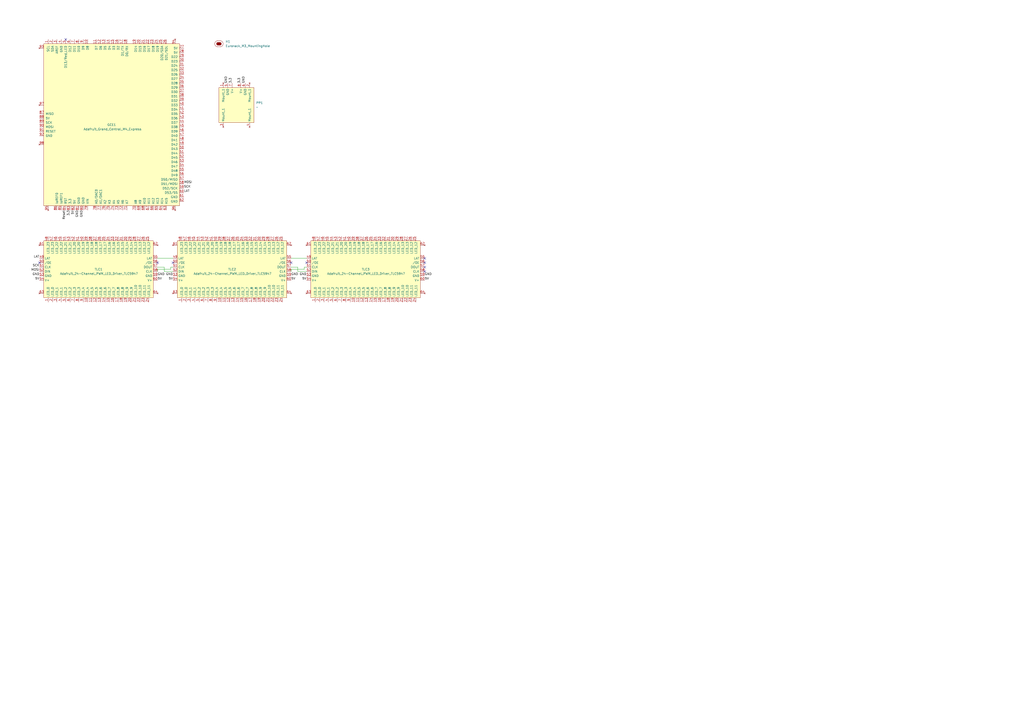
<source format=kicad_sch>
(kicad_sch (version 20250114) (generator "eeschema") (generator_version "9.0")
  (paper "A2")
  (lib_symbols
    (symbol "EXC:Adafruit_24-Channel_PWM_LED_Driver_TLC5947"
      (property "Reference" "TLC" (at 0 1.27 0))
      (property "Value" "Adafruit_24-Channel_PWM_LED_Driver_TLC5947" (at 0.508 -1.016 0))
      (symbol "Adafruit_24-Channel_PWM_LED_Driver_TLC5947_1_1"
        (rectangle (start -31.75 16.51) (end 31.75 -16.51) (fill (type background)))
        (pin no_connect line (at -34.29 13.97 0) (length 2.54) (name "") (number "61"))
        (pin input line (at -34.29 6.35 0) (length 2.54) (name "LAT") (number "49"))
        (pin input line (at -34.29 3.81 0) (length 2.54) (name "/OE") (number "50"))
        (pin input line (at -34.29 1.27 0) (length 2.54) (name "CLK") (number "51"))
        (pin input line (at -34.29 -1.27 0) (length 2.54) (name "DIN") (number "52"))
        (pin input line (at -34.29 -3.81 0) (length 2.54) (name "GND") (number "53"))
        (pin input line (at -34.29 -6.35 0) (length 2.54) (name "V+") (number "54"))
        (pin no_connect line (at -34.29 -13.97 0) (length 2.54) (name "") (number "63"))
        (pin output line (at -29.21 19.05 270) (length 2.54) (name "LED_23") (number "48"))
        (pin input line (at -29.21 -19.05 90) (length 2.54) (name "LED_0") (number "1"))
        (pin input line (at -26.67 19.05 270) (length 2.54) (name "LED_23") (number "47"))
        (pin output line (at -26.67 -19.05 90) (length 2.54) (name "LED_0") (number "2"))
        (pin output line (at -24.13 19.05 270) (length 2.54) (name "LED_22") (number "46"))
        (pin input line (at -24.13 -19.05 90) (length 2.54) (name "LED_1") (number "3"))
        (pin input line (at -21.59 19.05 270) (length 2.54) (name "LED_22") (number "45"))
        (pin output line (at -21.59 -19.05 90) (length 2.54) (name "LED_1") (number "4"))
        (pin output line (at -19.05 19.05 270) (length 2.54) (name "LED_21") (number "44"))
        (pin input line (at -19.05 -19.05 90) (length 2.54) (name "LED_2") (number "5"))
        (pin input line (at -16.51 19.05 270) (length 2.54) (name "LED_21") (number "43"))
        (pin output line (at -16.51 -19.05 90) (length 2.54) (name "LED_2") (number "6"))
        (pin output line (at -13.97 19.05 270) (length 2.54) (name "LED_20") (number "42"))
        (pin input line (at -13.97 -19.05 90) (length 2.54) (name "LED_3") (number "7"))
        (pin input line (at -11.43 19.05 270) (length 2.54) (name "LED_20") (number "41"))
        (pin output line (at -11.43 -19.05 90) (length 2.54) (name "LED_3") (number "8"))
        (pin output line (at -8.89 19.05 270) (length 2.54) (name "LED_19") (number "40"))
        (pin input line (at -8.89 -19.05 90) (length 2.54) (name "LED_4") (number "9"))
        (pin input line (at -6.35 19.05 270) (length 2.54) (name "LED_19") (number "39"))
        (pin output line (at -6.35 -19.05 90) (length 2.54) (name "LED_4") (number "10"))
        (pin output line (at -3.81 19.05 270) (length 2.54) (name "LED_18") (number "38"))
        (pin input line (at -3.81 -19.05 90) (length 2.54) (name "LED_5") (number "11"))
        (pin input line (at -1.27 19.05 270) (length 2.54) (name "LED_18") (number "37"))
        (pin output line (at -1.27 -19.05 90) (length 2.54) (name "LED_5") (number "12"))
        (pin output line (at 1.27 19.05 270) (length 2.54) (name "LED_17") (number "36"))
        (pin input line (at 1.27 -19.05 90) (length 2.54) (name "LED_6") (number "13"))
        (pin input line (at 3.81 19.05 270) (length 2.54) (name "LED_17") (number "35"))
        (pin output line (at 3.81 -19.05 90) (length 2.54) (name "LED_6") (number "14"))
        (pin output line (at 6.35 19.05 270) (length 2.54) (name "LED_16") (number "34"))
        (pin input line (at 6.35 -19.05 90) (length 2.54) (name "LED_7") (number "15"))
        (pin input line (at 8.89 19.05 270) (length 2.54) (name "LED_16") (number "33"))
        (pin output line (at 8.89 -19.05 90) (length 2.54) (name "LED_7") (number "16"))
        (pin output line (at 11.43 19.05 270) (length 2.54) (name "LED_15") (number "32"))
        (pin input line (at 11.43 -19.05 90) (length 2.54) (name "LED_8") (number "17"))
        (pin input line (at 13.97 19.05 270) (length 2.54) (name "LED_15") (number "31"))
        (pin output line (at 13.97 -19.05 90) (length 2.54) (name "LED_8") (number "18"))
        (pin output line (at 16.51 19.05 270) (length 2.54) (name "LED_14") (number "30"))
        (pin input line (at 16.51 -19.05 90) (length 2.54) (name "LED_9") (number "19"))
        (pin input line (at 19.05 19.05 270) (length 2.54) (name "LED_14") (number "29"))
        (pin output line (at 19.05 -19.05 90) (length 2.54) (name "LED_9") (number "20"))
        (pin output line (at 21.59 19.05 270) (length 2.54) (name "LED_13") (number "28"))
        (pin input line (at 21.59 -19.05 90) (length 2.54) (name "LED_10") (number "21"))
        (pin input line (at 24.13 19.05 270) (length 2.54) (name "LED_13") (number "27"))
        (pin output line (at 24.13 -19.05 90) (length 2.54) (name "LED_10") (number "22"))
        (pin output line (at 26.67 19.05 270) (length 2.54) (name "LED_12") (number "26"))
        (pin input line (at 26.67 -19.05 90) (length 2.54) (name "LED_11") (number "23"))
        (pin input line (at 29.21 19.05 270) (length 2.54) (name "LED_12") (number "25"))
        (pin output line (at 29.21 -19.05 90) (length 2.54) (name "LED_11") (number "24"))
        (pin no_connect line (at 34.29 13.97 180) (length 2.54) (name "") (number "62"))
        (pin input line (at 34.29 6.35 180) (length 2.54) (name "LAT") (number "55"))
        (pin input line (at 34.29 3.81 180) (length 2.54) (name "/OE") (number "56"))
        (pin input line (at 34.29 1.27 180) (length 2.54) (name "DOUT") (number "57"))
        (pin input line (at 34.29 -1.27 180) (length 2.54) (name "CLK") (number "58"))
        (pin input line (at 34.29 -3.81 180) (length 2.54) (name "GND") (number "59"))
        (pin input line (at 34.29 -6.35 180) (length 2.54) (name "V+") (number "60"))
        (pin no_connect line (at 34.29 -13.97 180) (length 2.54) (name "") (number "64"))
      )
    )
    (symbol "EXC:Adafruit_Grand_Central_M4_Express" (pin_names (offset 1.016))
      (property "Reference" "GCE" (at -0.254 0.508 0))
      (property "Value" "Adafruit_Grand_Central_M4_Express" (at 0 35.052 0))
      (symbol "Adafruit_Grand_Central_M4_Express_1_1"
        (rectangle (start -39.37 46.99) (end 39.37 -46.99) (fill (type background)))
        (pin no_connect line (at -41.91 44.45 0) (length 2.54) (name "") (number "93"))
        (pin no_connect line (at -41.91 11.43 0) (length 2.54) (name "") (number "97"))
        (pin input line (at -41.91 6.35 0) (length 2.54) (name "MISO") (number "87"))
        (pin input line (at -41.91 3.81 0) (length 2.54) (name "5V") (number "88"))
        (pin input line (at -41.91 1.27 0) (length 2.54) (name "SCK") (number "89"))
        (pin input line (at -41.91 -1.27 0) (length 2.54) (name "MOSI") (number "90"))
        (pin input line (at -41.91 -3.81 0) (length 2.54) (name "RESET") (number "91"))
        (pin input line (at -41.91 -6.35 0) (length 2.54) (name "GND") (number "92"))
        (pin no_connect line (at -41.91 -11.43 0) (length 2.54) (name "") (number "98"))
        (pin input line (at -36.83 49.53 270) (length 2.54) (name "SCL") (number "1"))
        (pin no_connect line (at -36.83 -49.53 90) (length 2.54) (name "") (number "95"))
        (pin input line (at -34.29 49.53 270) (length 2.54) (name "SDA") (number "2"))
        (pin input line (at -31.75 49.53 270) (length 2.54) (name "AREF") (number "3"))
        (pin input line (at -31.75 -49.53 90) (length 2.54) (name "loREF0") (number "86"))
        (pin input line (at -29.21 49.53 270) (length 2.54) (name "GND") (number "4"))
        (pin input line (at -29.21 -49.53 90) (length 2.54) (name "loREF1") (number "85"))
        (pin input line (at -26.67 49.53 270) (length 2.54) (name "D13/Red_LED") (number "5"))
        (pin input line (at -26.67 -49.53 90) (length 2.54) (name "RST") (number "84"))
        (pin input line (at -24.13 49.53 270) (length 2.54) (name "D12") (number "6"))
        (pin input line (at -24.13 -49.53 90) (length 2.54) (name "3.3") (number "83"))
        (pin input line (at -21.59 49.53 270) (length 2.54) (name "D11") (number "7"))
        (pin input line (at -21.59 -49.53 90) (length 2.54) (name "5V") (number "82"))
        (pin input line (at -19.05 49.53 270) (length 2.54) (name "D10") (number "8"))
        (pin input line (at -19.05 -49.53 90) (length 2.54) (name "GND") (number "81"))
        (pin input line (at -16.51 49.53 270) (length 2.54) (name "D9") (number "9"))
        (pin input line (at -16.51 -49.53 90) (length 2.54) (name "GND") (number "80"))
        (pin input line (at -13.97 49.53 270) (length 2.54) (name "D8") (number "10"))
        (pin input line (at -13.97 -49.53 90) (length 2.54) (name "VIN") (number "79"))
        (pin input line (at -8.89 49.53 270) (length 2.54) (name "D7") (number "11"))
        (pin input line (at -8.89 -49.53 90) (length 2.54) (name "A0/DAC0") (number "78"))
        (pin input line (at -6.35 49.53 270) (length 2.54) (name "D6") (number "12"))
        (pin input line (at -6.35 -49.53 90) (length 2.54) (name "A1/DAC1") (number "77"))
        (pin input line (at -3.81 49.53 270) (length 2.54) (name "D5") (number "13"))
        (pin input line (at -3.81 -49.53 90) (length 2.54) (name "A2") (number "76"))
        (pin input line (at -1.27 49.53 270) (length 2.54) (name "D4") (number "14"))
        (pin input line (at -1.27 -49.53 90) (length 2.54) (name "A3") (number "75"))
        (pin input line (at 1.27 49.53 270) (length 2.54) (name "D3") (number "15"))
        (pin input line (at 1.27 -49.53 90) (length 2.54) (name "A4") (number "74"))
        (pin input line (at 3.81 49.53 270) (length 2.54) (name "D2") (number "16"))
        (pin input line (at 3.81 -49.53 90) (length 2.54) (name "A5") (number "73"))
        (pin input line (at 6.35 49.53 270) (length 2.54) (name "D1/TX") (number "17"))
        (pin input line (at 6.35 -49.53 90) (length 2.54) (name "A6") (number "72"))
        (pin input line (at 8.89 49.53 270) (length 2.54) (name "D0/RX") (number "18"))
        (pin input line (at 8.89 -49.53 90) (length 2.54) (name "A7") (number "71"))
        (pin input line (at 13.97 49.53 270) (length 2.54) (name "D14") (number "19"))
        (pin input line (at 13.97 -49.53 90) (length 2.54) (name "A8") (number "70"))
        (pin input line (at 16.51 49.53 270) (length 2.54) (name "D15") (number "20"))
        (pin input line (at 16.51 -49.53 90) (length 2.54) (name "A9") (number "69"))
        (pin input line (at 19.05 49.53 270) (length 2.54) (name "D16") (number "21"))
        (pin input line (at 19.05 -49.53 90) (length 2.54) (name "A10") (number "68"))
        (pin input line (at 21.59 49.53 270) (length 2.54) (name "D17") (number "22"))
        (pin input line (at 21.59 -49.53 90) (length 2.54) (name "A11") (number "67"))
        (pin input line (at 24.13 49.53 270) (length 2.54) (name "D18") (number "23"))
        (pin input line (at 24.13 -49.53 90) (length 2.54) (name "A12") (number "66"))
        (pin input line (at 26.67 49.53 270) (length 2.54) (name "D19") (number "24"))
        (pin input line (at 26.67 -49.53 90) (length 2.54) (name "A13") (number "65"))
        (pin input line (at 29.21 49.53 270) (length 2.54) (name "D20/SDA") (number "25"))
        (pin input line (at 29.21 -49.53 90) (length 2.54) (name "A14") (number "64"))
        (pin input line (at 31.75 49.53 270) (length 2.54) (name "D21/SDL") (number "26"))
        (pin input line (at 31.75 -49.53 90) (length 2.54) (name "A15") (number "63"))
        (pin no_connect line (at 36.83 49.53 270) (length 2.54) (name "") (number "94"))
        (pin no_connect line (at 36.83 -49.53 90) (length 2.54) (name "") (number "96"))
        (pin input line (at 41.91 44.45 180) (length 2.54) (name "5V") (number "27"))
        (pin input line (at 41.91 41.91 180) (length 2.54) (name "5V") (number "28"))
        (pin input line (at 41.91 39.37 180) (length 2.54) (name "D22") (number "29"))
        (pin input line (at 41.91 36.83 180) (length 2.54) (name "D23") (number "30"))
        (pin input line (at 41.91 34.29 180) (length 2.54) (name "D24") (number "31"))
        (pin input line (at 41.91 31.75 180) (length 2.54) (name "D25") (number "32"))
        (pin input line (at 41.91 29.21 180) (length 2.54) (name "D26") (number "33"))
        (pin input line (at 41.91 26.67 180) (length 2.54) (name "D27") (number "34"))
        (pin input line (at 41.91 24.13 180) (length 2.54) (name "D28") (number "35"))
        (pin input line (at 41.91 21.59 180) (length 2.54) (name "D29") (number "36"))
        (pin input line (at 41.91 19.05 180) (length 2.54) (name "D30") (number "37"))
        (pin input line (at 41.91 16.51 180) (length 2.54) (name "D31") (number "38"))
        (pin input line (at 41.91 13.97 180) (length 2.54) (name "D32") (number "39"))
        (pin input line (at 41.91 11.43 180) (length 2.54) (name "D33") (number "40"))
        (pin input line (at 41.91 8.89 180) (length 2.54) (name "D34") (number "41"))
        (pin input line (at 41.91 6.35 180) (length 2.54) (name "D35") (number "42"))
        (pin input line (at 41.91 3.81 180) (length 2.54) (name "D36") (number "43"))
        (pin input line (at 41.91 1.27 180) (length 2.54) (name "D37") (number "44"))
        (pin input line (at 41.91 -1.27 180) (length 2.54) (name "D38") (number "45"))
        (pin input line (at 41.91 -3.81 180) (length 2.54) (name "D39") (number "46"))
        (pin input line (at 41.91 -6.35 180) (length 2.54) (name "D40") (number "47"))
        (pin input line (at 41.91 -8.89 180) (length 2.54) (name "D41") (number "48"))
        (pin input line (at 41.91 -11.43 180) (length 2.54) (name "D42") (number "49"))
        (pin input line (at 41.91 -13.97 180) (length 2.54) (name "D43") (number "50"))
        (pin input line (at 41.91 -16.51 180) (length 2.54) (name "D44") (number "51"))
        (pin input line (at 41.91 -19.05 180) (length 2.54) (name "D45") (number "52"))
        (pin input line (at 41.91 -21.59 180) (length 2.54) (name "D46") (number "53"))
        (pin input line (at 41.91 -24.13 180) (length 2.54) (name "D47") (number "54"))
        (pin input line (at 41.91 -26.67 180) (length 2.54) (name "D48") (number "55"))
        (pin input line (at 41.91 -29.21 180) (length 2.54) (name "D49") (number "56"))
        (pin input line (at 41.91 -31.75 180) (length 2.54) (name "D50/MISO") (number "57"))
        (pin input line (at 41.91 -34.29 180) (length 2.54) (name "D51/MOSI") (number "58"))
        (pin input line (at 41.91 -36.83 180) (length 2.54) (name "D52/SCK") (number "59"))
        (pin input line (at 41.91 -39.37 180) (length 2.54) (name "D53/SS") (number "60"))
        (pin input line (at 41.91 -41.91 180) (length 2.54) (name "GND") (number "61"))
        (pin input line (at 41.91 -44.45 180) (length 2.54) (name "GND") (number "62"))
      )
    )
    (symbol "EXC:Adafruit_Perma-Proto_Mint-Tin-Size"
      (property "Reference" "PP" (at 0 0 0))
      (symbol "Adafruit_Perma-Proto_Mint-Tin-Size_1_1"
        (rectangle (start -10.16 10.16) (end 10.16 -10.16) (fill (type background)))
        (pin no_connect line (at -7.62 12.7 270) (length 2.54) (name "Mount_1") (number "1"))
        (pin no_connect line (at -7.62 -12.7 90) (length 2.54) (name "Mount_1") (number "3"))
        (pin input line (at -5.08 12.7 270) (length 2.54) (name "GND") (number "5"))
        (pin input line (at -2.54 12.7 270) (length 2.54) (name "V+") (number "7"))
        (pin input line (at 2.54 12.7 270) (length 2.54) (name "V+") (number "8"))
        (pin input line (at 5.08 12.7 270) (length 2.54) (name "GND") (number "6"))
        (pin no_connect line (at 7.62 12.7 270) (length 2.54) (name "Mount_1") (number "2"))
        (pin no_connect line (at 7.62 -12.7 90) (length 2.54) (name "Mount_1") (number "4"))
      )
    )
    (symbol "EXC:Eurorack_M3_MountingHole" (pin_names (offset 1.016))
      (property "Reference" "H" (at 0 5.08 0))
      (property "Value" "Eurorack_M3_MountingHole" (at 0 3.175 0))
      (symbol "Eurorack_M3_MountingHole_0_1"
        (polyline (pts (xy -0.635 0.762) (xy 0.635 0.762)))
        (circle (center -0.635 0) (radius 0.762) (fill (type outline)))
        (arc (start -0.635 -0.762) (mid -1.397 0) (end -0.635 0.762))
        (arc (start -0.635 -1.778) (mid -2.413 0) (end -0.635 1.778))
        (polyline (pts (xy -0.635 -0.762) (xy 0.635 -0.762)))
        (polyline (pts (xy -0.635 -1.778) (xy 0.635 -1.778)))
        (circle (center 0 0) (radius 0.762) (fill (type outline)))
        (polyline (pts (xy 0.635 1.778) (xy -0.635 1.778)))
        (arc (start 0.6141 1.778) (mid 2.4131 0) (end 0.6141 -1.778))
        (arc (start 0.6227 0.762) (mid 1.3971 0) (end 0.6227 -0.762))
        (circle (center 0.635 0) (radius 0.762) (fill (type outline)))
      )
    )
  )
  (no_connect (at 100.33 152.4))
  (no_connect (at 22.86 152.4))
  (no_connect (at 246.38 157.48))
  (no_connect (at 168.91 152.4))
  (no_connect (at 246.38 154.94))
  (no_connect (at 177.8 152.4))
  (no_connect (at 38.1 22.86))
  (no_connect (at 246.38 149.86))
  (no_connect (at 91.44 152.4))
  (no_connect (at 246.38 152.4))
  (wire (pts (xy 172.72 157.48) (xy 177.8 157.48)))
  (wire (pts (xy 168.91 154.94) (xy 172.72 154.94)))
  (wire (pts (xy 176.53 154.94) (xy 177.8 154.94)))
  (wire (pts (xy 172.72 154.94) (xy 172.72 157.48)))
  (wire (pts (xy 95.25 154.94) (xy 95.25 157.48)))
  (wire (pts (xy 168.91 149.86) (xy 177.8 149.86)))
  (wire (pts (xy 91.44 149.86) (xy 100.33 149.86)))
  (wire (pts (xy 176.53 156.21) (xy 176.53 154.94)))
  (wire (pts (xy 99.06 156.21) (xy 99.06 154.94)))
  (wire (pts (xy 99.06 154.94) (xy 100.33 154.94)))
  (wire (pts (xy 95.25 157.48) (xy 100.33 157.48)))
  (wire (pts (xy 168.91 156.21) (xy 176.53 156.21)))
  (wire (pts (xy 91.44 156.21) (xy 99.06 156.21)))
  (wire (pts (xy 168.91 157.48) (xy 168.91 156.21)))
  (wire (pts (xy 91.44 154.94) (xy 95.25 154.94)))
  (wire (pts (xy 91.44 157.48) (xy 91.44 156.21)))
  (label "5V" (at 43.18 121.92 270))
  (label "LAT" (at 106.68 111.76 0))
  (label "5V" (at 91.44 162.56 0))
  (label "MOSI" (at 106.68 106.68 0))
  (label "5V" (at 246.38 162.56 0))
  (label "GND" (at 142.24 48.26 90))
  (label "LAT" (at 22.86 149.86 180))
  (label "GND" (at 91.44 160.02 0))
  (label "3.3" (at 139.7 48.26 90))
  (label "3.3" (at 40.64 121.92 270))
  (label "GND" (at 168.91 160.02 0))
  (label "5V" (at 168.91 162.56 0))
  (label "GND" (at 246.38 160.02 0))
  (label "SCK" (at 106.68 109.22 0))
  (label "GND" (at 45.72 121.92 270))
  (label "GND" (at 132.08 48.26 90))
  (label "5V" (at 177.8 162.56 180))
  (label "GND" (at 177.8 160.02 180))
  (label "5V" (at 100.33 162.56 180))
  (label "3.3" (at 134.62 48.26 90))
  (label "SCK" (at 22.86 154.94 180))
  (label "MOSI" (at 22.86 157.48 180))
  (label "GND" (at 48.26 121.92 270))
  (label "GND" (at 22.86 160.02 180))
  (label "5V" (at 22.86 162.56 180))
  (label "Reset" (at 38.1 121.92 270))
  (label "GND" (at 100.33 160.02 180))
  (symbol (lib_id "EXC:Adafruit_24-Channel_PWM_LED_Driver_TLC5947") (at 212.09 156.21 0) (unit 1)
    (property "Reference" "TLC3" (at 212.09 156.21 0))
    (property "Value" "Adafruit_24-Channel_PWM_LED_Driver_TLC5947" (at 212.344 158.75 0))
    (property "Footprint" "EXC:Adafruit_24-Channel_PWM_LED_Driver_TLC5947" (effects (hide yes)))
    (property "Datasheet" "https://learn.adafruit.com/tlc5947-tlc59711-pwm-led-driver-breakout" (effects (hide yes)))
    (property "Description" "Adafruit 24-Channel 12-bit PWM LED Driver - SPI Interface - TLC5947" (effects (hide yes)))
    (property "Source" "https://www.adafruit.com/product/1429" (effects (hide yes)))
  )
  (symbol (lib_id "EXC:Eurorack_M3_MountingHole") (at 127 25.4 0) (unit 1)
    (property "Reference" "H1" (at 130.81 24.1299 0) (effects (justify left)))
    (property "Value" "Eurorack_M3_MountingHole" (at 130.81 26.6699 0) (effects (justify left)))
    (property "Footprint" "EXC:MountingHole_3.2mm_M3" (effects (hide yes)))
    (property "Description" "Mounting Hole without connection" (effects (hide yes)))
  )
  (symbol (lib_id "EXC:Adafruit_24-Channel_PWM_LED_Driver_TLC5947") (at 134.62 156.21 0) (unit 1)
    (property "Reference" "TLC2" (at 134.62 156.21 0))
    (property "Value" "Adafruit_24-Channel_PWM_LED_Driver_TLC5947" (at 134.874 158.75 0))
    (property "Footprint" "EXC:Adafruit_24-Channel_PWM_LED_Driver_TLC5947" (effects (hide yes)))
    (property "Datasheet" "https://learn.adafruit.com/tlc5947-tlc59711-pwm-led-driver-breakout" (effects (hide yes)))
    (property "Description" "Adafruit 24-Channel 12-bit PWM LED Driver - SPI Interface - TLC5947" (effects (hide yes)))
    (property "Source" "https://www.adafruit.com/product/1429" (effects (hide yes)))
  )
  (symbol (lib_id "EXC:Adafruit_Grand_Central_M4_Express") (at 64.77 72.39 0) (unit 1)
    (property "Reference" "GCE1" (at 64.77 72.39 0))
    (property "Value" "Adafruit_Grand_Central_M4_Express" (at 65.278 74.93 0))
    (property "Footprint" "EXC:Adafruit_Grand_Central_M4_Express" (effects (hide yes)))
    (property "Datasheet" "https://cdn-learn.adafruit.com/assets/assets/000/115/366/original/adafruit_products_Adafruit-Grand-Central-M4-Express-Pinout.png?1663982143" (effects (hide yes)))
    (property "Description" "Adafruit Grand Central M4 Express" (effects (hide yes)))
  )
  (symbol (lib_id "EXC:Adafruit_Perma-Proto_Mint-Tin-Size") (at 137.16 60.96 0) (unit 1)
    (property "Reference" "PP1" (at 148.59 59.6899 0) (effects (justify left)))
    (property "Value" "~" (at 148.59 62.2299 0) (effects (justify left)))
    (property "Footprint" "EXC:Adafruit_Perma-Proto_Mint-Tin-Size" (effects (hide yes)))
  )
  (symbol (lib_id "EXC:Adafruit_24-Channel_PWM_LED_Driver_TLC5947") (at 57.15 156.21 0) (unit 1)
    (property "Reference" "TLC1" (at 57.15 156.21 0))
    (property "Value" "Adafruit_24-Channel_PWM_LED_Driver_TLC5947" (at 57.404 158.75 0))
    (property "Footprint" "EXC:Adafruit_24-Channel_PWM_LED_Driver_TLC5947" (effects (hide yes)))
    (property "Datasheet" "https://learn.adafruit.com/tlc5947-tlc59711-pwm-led-driver-breakout" (effects (hide yes)))
    (property "Description" "Adafruit 24-Channel 12-bit PWM LED Driver - SPI Interface - TLC5947" (effects (hide yes)))
    (property "Source" "https://www.adafruit.com/product/1429" (effects (hide yes)))
  )
)
</source>
